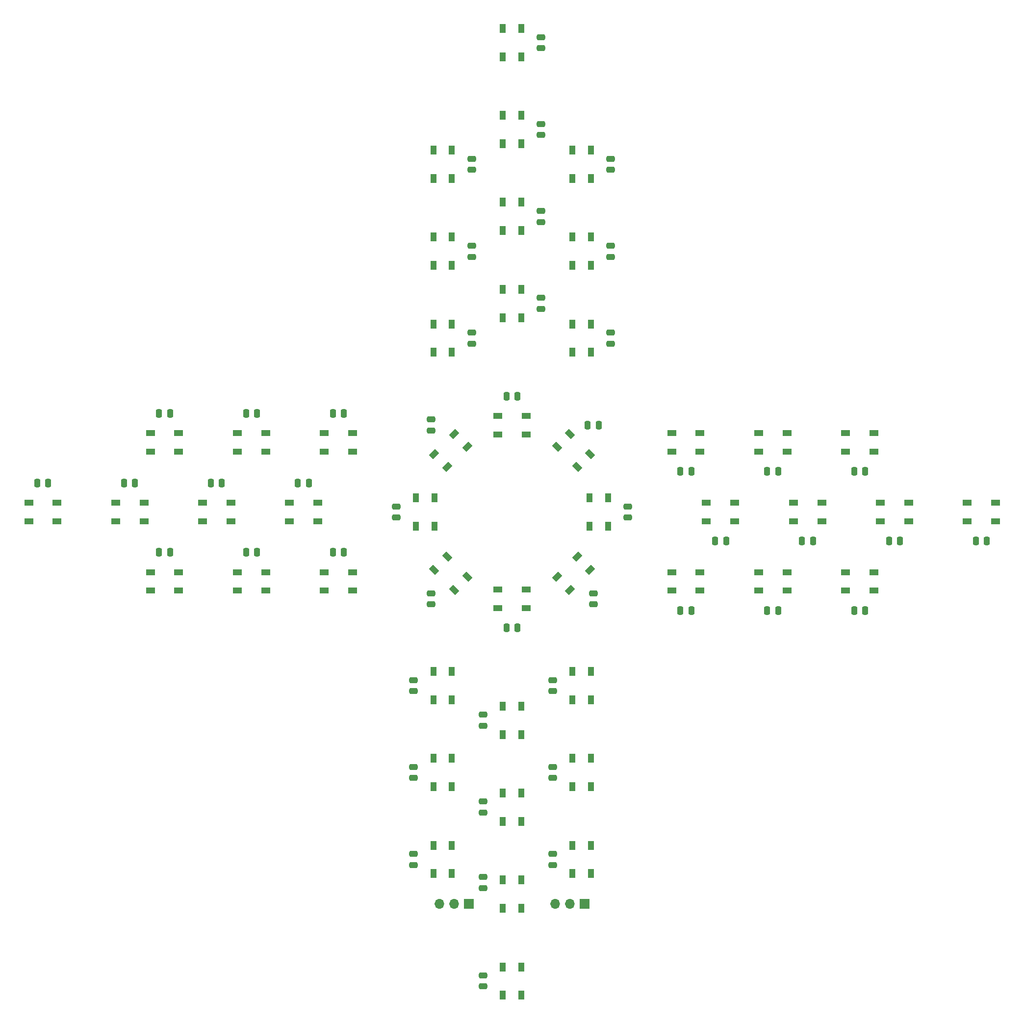
<source format=gbr>
%TF.GenerationSoftware,KiCad,Pcbnew,(6.0.5)*%
%TF.CreationDate,2022-08-18T17:20:14-06:00*%
%TF.ProjectId,Led Zia,4c656420-5a69-4612-9e6b-696361645f70,rev?*%
%TF.SameCoordinates,Original*%
%TF.FileFunction,Soldermask,Top*%
%TF.FilePolarity,Negative*%
%FSLAX46Y46*%
G04 Gerber Fmt 4.6, Leading zero omitted, Abs format (unit mm)*
G04 Created by KiCad (PCBNEW (6.0.5)) date 2022-08-18 17:20:14*
%MOMM*%
%LPD*%
G01*
G04 APERTURE LIST*
G04 Aperture macros list*
%AMRoundRect*
0 Rectangle with rounded corners*
0 $1 Rounding radius*
0 $2 $3 $4 $5 $6 $7 $8 $9 X,Y pos of 4 corners*
0 Add a 4 corners polygon primitive as box body*
4,1,4,$2,$3,$4,$5,$6,$7,$8,$9,$2,$3,0*
0 Add four circle primitives for the rounded corners*
1,1,$1+$1,$2,$3*
1,1,$1+$1,$4,$5*
1,1,$1+$1,$6,$7*
1,1,$1+$1,$8,$9*
0 Add four rect primitives between the rounded corners*
20,1,$1+$1,$2,$3,$4,$5,0*
20,1,$1+$1,$4,$5,$6,$7,0*
20,1,$1+$1,$6,$7,$8,$9,0*
20,1,$1+$1,$8,$9,$2,$3,0*%
%AMRotRect*
0 Rectangle, with rotation*
0 The origin of the aperture is its center*
0 $1 length*
0 $2 width*
0 $3 Rotation angle, in degrees counterclockwise*
0 Add horizontal line*
21,1,$1,$2,0,0,$3*%
G04 Aperture macros list end*
%ADD10R,1.000000X1.500000*%
%ADD11R,1.500000X1.000000*%
%ADD12RoundRect,0.250000X0.250000X0.475000X-0.250000X0.475000X-0.250000X-0.475000X0.250000X-0.475000X0*%
%ADD13RoundRect,0.250000X-0.250000X-0.475000X0.250000X-0.475000X0.250000X0.475000X-0.250000X0.475000X0*%
%ADD14R,1.700000X1.700000*%
%ADD15O,1.700000X1.700000*%
%ADD16RoundRect,0.250000X0.475000X-0.250000X0.475000X0.250000X-0.475000X0.250000X-0.475000X-0.250000X0*%
%ADD17RoundRect,0.250000X-0.475000X0.250000X-0.475000X-0.250000X0.475000X-0.250000X0.475000X0.250000X0*%
%ADD18RotRect,1.500000X1.000000X135.000000*%
%ADD19RotRect,1.500000X1.000000X315.000000*%
%ADD20RotRect,1.500000X1.000000X225.000000*%
%ADD21RotRect,1.500000X1.000000X45.000000*%
G04 APERTURE END LIST*
D10*
%TO.C,D46*%
X113399999Y-134450000D03*
X116599999Y-134450000D03*
X116599999Y-129550000D03*
X113399999Y-129550000D03*
%TD*%
D11*
%TO.C,D11*%
X165449999Y-115600000D03*
X165449999Y-112400000D03*
X160549999Y-112400000D03*
X160549999Y-115600000D03*
%TD*%
D12*
%TO.C,C30*%
X58950000Y-85000000D03*
X57050000Y-85000000D03*
%TD*%
D11*
%TO.C,D33*%
X49549999Y-100400000D03*
X49549999Y-103600000D03*
X54449999Y-103600000D03*
X54449999Y-100400000D03*
%TD*%
D13*
%TO.C,C16*%
X132050000Y-95000000D03*
X133950000Y-95000000D03*
%TD*%
D11*
%TO.C,D34*%
X34549999Y-100400000D03*
X34549999Y-103600000D03*
X39449999Y-103600000D03*
X39449999Y-100400000D03*
%TD*%
D10*
%TO.C,D45*%
X101399999Y-185450000D03*
X104599999Y-185450000D03*
X104599999Y-180550000D03*
X101399999Y-180550000D03*
%TD*%
D13*
%TO.C,C18*%
X162050000Y-95000000D03*
X163950000Y-95000000D03*
%TD*%
D14*
%TO.C,J2*%
X115525000Y-169625000D03*
D15*
X112985000Y-169625000D03*
X110445000Y-169625000D03*
%TD*%
D10*
%TO.C,D8*%
X116399999Y-104450000D03*
X119599999Y-104450000D03*
X119599999Y-99550000D03*
X116399999Y-99550000D03*
%TD*%
D12*
%TO.C,C35*%
X22900000Y-97000000D03*
X21000000Y-97000000D03*
%TD*%
%TO.C,C34*%
X37900000Y-97000000D03*
X36000000Y-97000000D03*
%TD*%
%TO.C,C7*%
X117950000Y-87000000D03*
X116050000Y-87000000D03*
%TD*%
D10*
%TO.C,D27*%
X92599999Y-54550000D03*
X89399999Y-54550000D03*
X89399999Y-59450000D03*
X92599999Y-59450000D03*
%TD*%
D16*
%TO.C,C20*%
X120000000Y-57950000D03*
X120000000Y-56050000D03*
%TD*%
D10*
%TO.C,D19*%
X116599999Y-69550000D03*
X113399999Y-69550000D03*
X113399999Y-74450000D03*
X116599999Y-74450000D03*
%TD*%
D17*
%TO.C,C41*%
X86000000Y-161050000D03*
X86000000Y-162950000D03*
%TD*%
D16*
%TO.C,C1*%
X117000000Y-117950000D03*
X117000000Y-116050000D03*
%TD*%
D12*
%TO.C,C31*%
X43950000Y-85000000D03*
X42050000Y-85000000D03*
%TD*%
%TO.C,C33*%
X52900000Y-97000000D03*
X51000000Y-97000000D03*
%TD*%
D17*
%TO.C,C5*%
X89000000Y-86050000D03*
X89000000Y-87950000D03*
%TD*%
D18*
%TO.C,D7*%
X114207642Y-94257180D03*
X116470383Y-91994439D03*
X113005560Y-88529616D03*
X110742819Y-90792357D03*
%TD*%
D10*
%TO.C,D4*%
X89600000Y-99550000D03*
X86400000Y-99550000D03*
X86400000Y-104450000D03*
X89600000Y-104450000D03*
%TD*%
D13*
%TO.C,C10*%
X147050000Y-119000000D03*
X148950000Y-119000000D03*
%TD*%
D12*
%TO.C,C32*%
X67900000Y-97000000D03*
X66000000Y-97000000D03*
%TD*%
D19*
%TO.C,D3*%
X91792356Y-109742820D03*
X89529615Y-112005561D03*
X92994438Y-115470384D03*
X95257179Y-113207643D03*
%TD*%
D17*
%TO.C,C42*%
X98000000Y-137000000D03*
X98000000Y-138900000D03*
%TD*%
D16*
%TO.C,C3*%
X89000000Y-117950000D03*
X89000000Y-116050000D03*
%TD*%
%TO.C,C21*%
X120000000Y-42950000D03*
X120000000Y-41050000D03*
%TD*%
D11*
%TO.C,D35*%
X19549999Y-100400000D03*
X19549999Y-103600000D03*
X24449999Y-103600000D03*
X24449999Y-100400000D03*
%TD*%
D17*
%TO.C,C48*%
X110000000Y-161050000D03*
X110000000Y-162950000D03*
%TD*%
D13*
%TO.C,C11*%
X162050000Y-119000000D03*
X163950000Y-119000000D03*
%TD*%
D11*
%TO.C,D38*%
X40549999Y-112400000D03*
X40549999Y-115600000D03*
X45449999Y-115600000D03*
X45449999Y-112400000D03*
%TD*%
D13*
%TO.C,C6*%
X102050000Y-82000000D03*
X103950000Y-82000000D03*
%TD*%
D11*
%TO.C,D30*%
X55549999Y-88400000D03*
X55549999Y-91600000D03*
X60449999Y-91600000D03*
X60449999Y-88400000D03*
%TD*%
%TO.C,D2*%
X100550000Y-115400000D03*
X100550000Y-118600000D03*
X105450000Y-118600000D03*
X105450000Y-115400000D03*
%TD*%
D10*
%TO.C,D26*%
X92599999Y-69550000D03*
X89399999Y-69550000D03*
X89399999Y-74450000D03*
X92599999Y-74450000D03*
%TD*%
D11*
%TO.C,D12*%
X141449999Y-103600000D03*
X141449999Y-100400000D03*
X136549999Y-100400000D03*
X136549999Y-103600000D03*
%TD*%
%TO.C,D15*%
X186449999Y-103600000D03*
X186449999Y-100400000D03*
X181549999Y-100400000D03*
X181549999Y-103600000D03*
%TD*%
D20*
%TO.C,D5*%
X95257179Y-90792357D03*
X92994438Y-88529616D03*
X89529615Y-91994439D03*
X91792356Y-94257180D03*
%TD*%
D10*
%TO.C,D23*%
X104599999Y-48550000D03*
X101399999Y-48550000D03*
X101399999Y-53450000D03*
X104599999Y-53450000D03*
%TD*%
D12*
%TO.C,C38*%
X43950000Y-109000000D03*
X42050000Y-109000000D03*
%TD*%
D11*
%TO.C,D10*%
X150449999Y-115600000D03*
X150449999Y-112400000D03*
X145549999Y-112400000D03*
X145549999Y-115600000D03*
%TD*%
D10*
%TO.C,D48*%
X113399999Y-164450000D03*
X116599999Y-164450000D03*
X116599999Y-159550000D03*
X113399999Y-159550000D03*
%TD*%
D12*
%TO.C,C37*%
X58950000Y-109000000D03*
X57050000Y-109000000D03*
%TD*%
D11*
%TO.C,D6*%
X105450000Y-88600000D03*
X105450000Y-85400000D03*
X100550000Y-85400000D03*
X100550000Y-88600000D03*
%TD*%
D10*
%TO.C,D43*%
X101399999Y-155450000D03*
X104599999Y-155450000D03*
X104599999Y-150550000D03*
X101399999Y-150550000D03*
%TD*%
D11*
%TO.C,D32*%
X64549999Y-100400000D03*
X64549999Y-103600000D03*
X69449999Y-103600000D03*
X69449999Y-100400000D03*
%TD*%
D16*
%TO.C,C22*%
X108000000Y-66950000D03*
X108000000Y-65050000D03*
%TD*%
%TO.C,C26*%
X96000000Y-72950000D03*
X96000000Y-71050000D03*
%TD*%
D10*
%TO.C,D40*%
X89399999Y-149450000D03*
X92599999Y-149450000D03*
X92599999Y-144550000D03*
X89399999Y-144550000D03*
%TD*%
D17*
%TO.C,C46*%
X110000000Y-131050000D03*
X110000000Y-132950000D03*
%TD*%
D14*
%TO.C,J1*%
X95525000Y-169625000D03*
D15*
X92985000Y-169625000D03*
X90445000Y-169625000D03*
%TD*%
D17*
%TO.C,C44*%
X98000000Y-165050000D03*
X98000000Y-166950000D03*
%TD*%
D11*
%TO.C,D18*%
X165449999Y-91600000D03*
X165449999Y-88400000D03*
X160549999Y-88400000D03*
X160549999Y-91600000D03*
%TD*%
%TO.C,D29*%
X70549999Y-88400000D03*
X70549999Y-91600000D03*
X75449999Y-91600000D03*
X75449999Y-88400000D03*
%TD*%
D16*
%TO.C,C19*%
X120000000Y-72950000D03*
X120000000Y-71050000D03*
%TD*%
D11*
%TO.C,D37*%
X55549999Y-112400000D03*
X55549999Y-115600000D03*
X60449999Y-115600000D03*
X60449999Y-112400000D03*
%TD*%
D10*
%TO.C,D24*%
X104599999Y-33550000D03*
X101399999Y-33550000D03*
X101399999Y-38450000D03*
X104599999Y-38450000D03*
%TD*%
D11*
%TO.C,D17*%
X150449999Y-91600000D03*
X150449999Y-88400000D03*
X145549999Y-88400000D03*
X145549999Y-91600000D03*
%TD*%
D10*
%TO.C,D21*%
X116599999Y-39550000D03*
X113399999Y-39550000D03*
X113399999Y-44450000D03*
X116599999Y-44450000D03*
%TD*%
D11*
%TO.C,D36*%
X70549999Y-112400000D03*
X70549999Y-115600000D03*
X75449999Y-115600000D03*
X75449999Y-112400000D03*
%TD*%
D12*
%TO.C,C29*%
X73950000Y-85000000D03*
X72050000Y-85000000D03*
%TD*%
D13*
%TO.C,C17*%
X147050000Y-95000000D03*
X148950000Y-95000000D03*
%TD*%
D10*
%TO.C,D39*%
X89399999Y-134450000D03*
X92599999Y-134450000D03*
X92599999Y-129550000D03*
X89399999Y-129550000D03*
%TD*%
%TO.C,D42*%
X101399999Y-140450000D03*
X104599999Y-140450000D03*
X104599999Y-135550000D03*
X101399999Y-135550000D03*
%TD*%
%TO.C,D47*%
X113399999Y-149450000D03*
X116599999Y-149450000D03*
X116599999Y-144550000D03*
X113399999Y-144550000D03*
%TD*%
D13*
%TO.C,C12*%
X138050000Y-107000000D03*
X139950000Y-107000000D03*
%TD*%
D12*
%TO.C,C36*%
X73950000Y-109000000D03*
X72050000Y-109000000D03*
%TD*%
D16*
%TO.C,C4*%
X83000000Y-102950000D03*
X83000000Y-101050000D03*
%TD*%
%TO.C,C24*%
X108000000Y-36950000D03*
X108000000Y-35050000D03*
%TD*%
D11*
%TO.C,D9*%
X135449999Y-115600000D03*
X135449999Y-112400000D03*
X130549999Y-112400000D03*
X130549999Y-115600000D03*
%TD*%
D17*
%TO.C,C45*%
X98000000Y-182000000D03*
X98000000Y-183900000D03*
%TD*%
D10*
%TO.C,D25*%
X104599999Y-18550000D03*
X101399999Y-18550000D03*
X101399999Y-23450000D03*
X104599999Y-23450000D03*
%TD*%
D16*
%TO.C,C28*%
X96000000Y-42950000D03*
X96000000Y-41050000D03*
%TD*%
D13*
%TO.C,C15*%
X183050000Y-107000000D03*
X184950000Y-107000000D03*
%TD*%
D12*
%TO.C,C2*%
X103950000Y-122000000D03*
X102050000Y-122000000D03*
%TD*%
D17*
%TO.C,C43*%
X98000000Y-152000000D03*
X98000000Y-153900000D03*
%TD*%
D11*
%TO.C,D14*%
X171449999Y-103600000D03*
X171449999Y-100400000D03*
X166549999Y-100400000D03*
X166549999Y-103600000D03*
%TD*%
D10*
%TO.C,D28*%
X92599999Y-39550000D03*
X89399999Y-39550000D03*
X89399999Y-44450000D03*
X92599999Y-44450000D03*
%TD*%
D21*
%TO.C,D1*%
X110742819Y-113207643D03*
X113005560Y-115470384D03*
X116470383Y-112005561D03*
X114207642Y-109742820D03*
%TD*%
D11*
%TO.C,D31*%
X40549999Y-88400000D03*
X40549999Y-91600000D03*
X45449999Y-91600000D03*
X45449999Y-88400000D03*
%TD*%
%TO.C,D13*%
X156449999Y-103600000D03*
X156449999Y-100400000D03*
X151549999Y-100400000D03*
X151549999Y-103600000D03*
%TD*%
D10*
%TO.C,D41*%
X89399999Y-164450000D03*
X92599999Y-164450000D03*
X92599999Y-159550000D03*
X89399999Y-159550000D03*
%TD*%
D13*
%TO.C,C13*%
X153050000Y-107000000D03*
X154950000Y-107000000D03*
%TD*%
%TO.C,C14*%
X168050000Y-107000000D03*
X169950000Y-107000000D03*
%TD*%
D16*
%TO.C,C25*%
X108000000Y-21950000D03*
X108000000Y-20050000D03*
%TD*%
D17*
%TO.C,C40*%
X86000000Y-146050000D03*
X86000000Y-147950000D03*
%TD*%
D16*
%TO.C,C23*%
X108000000Y-51950000D03*
X108000000Y-50050000D03*
%TD*%
%TO.C,C27*%
X96000000Y-57950000D03*
X96000000Y-56050000D03*
%TD*%
D17*
%TO.C,C47*%
X110000000Y-146050000D03*
X110000000Y-147950000D03*
%TD*%
%TO.C,C39*%
X86000000Y-131050000D03*
X86000000Y-132950000D03*
%TD*%
D13*
%TO.C,C9*%
X132050000Y-119000000D03*
X133950000Y-119000000D03*
%TD*%
D10*
%TO.C,D44*%
X101399999Y-170450000D03*
X104599999Y-170450000D03*
X104599999Y-165550000D03*
X101399999Y-165550000D03*
%TD*%
D17*
%TO.C,C8*%
X123000000Y-101050000D03*
X123000000Y-102950000D03*
%TD*%
D10*
%TO.C,D22*%
X104599999Y-63550000D03*
X101399999Y-63550000D03*
X101399999Y-68450000D03*
X104599999Y-68450000D03*
%TD*%
D11*
%TO.C,D16*%
X135449999Y-91600000D03*
X135449999Y-88400000D03*
X130549999Y-88400000D03*
X130549999Y-91600000D03*
%TD*%
D10*
%TO.C,D20*%
X116599999Y-54550000D03*
X113399999Y-54550000D03*
X113399999Y-59450000D03*
X116599999Y-59450000D03*
%TD*%
M02*

</source>
